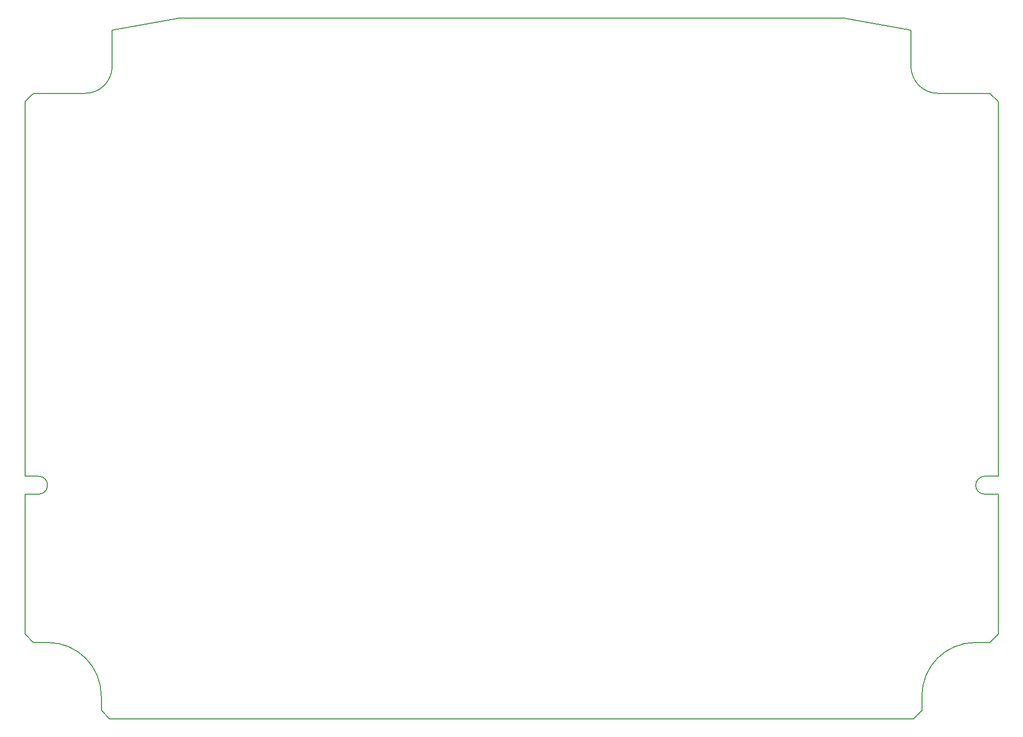
<source format=gko>
G75*
G70*
%OFA0B0*%
%FSLAX25Y25*%
%IPPOS*%
%LPD*%
%AMOC8*
5,1,8,0,0,1.08239X$1,22.5*
%
%ADD77C,0.00787*%
X0000000Y0000000D02*
%LPD*%
G01*
D77*
X0102519Y0464567D02*
X0057814Y0456693D01*
X0595039Y0015197D02*
X0595039Y0005568D01*
X0636614Y0149016D02*
G75*
G02*
X0636614Y0160827I-000001J0005906D01*
G01*
X0015196Y0050630D02*
G75*
G02*
X0050629Y0015197I0000000J-035433D01*
G01*
X0587795Y0456693D02*
X0587795Y0432252D01*
X0605511Y0414764D02*
G75*
G02*
X0587795Y0432252I0000185J0017905D01*
G01*
X0009055Y0149016D02*
X0000000Y0149016D01*
X0057874Y0432724D02*
G75*
G02*
X0039814Y0414764I-017989J0000028D01*
G01*
X0645669Y0409196D02*
X0645669Y0160827D01*
X0630472Y0050630D02*
X0640101Y0050630D01*
X0056197Y0000000D02*
X0589471Y0000000D01*
X0005567Y0414764D02*
X0039814Y0414764D01*
X0636614Y0160827D02*
X0645669Y0160827D01*
X0057814Y0456693D02*
X0057874Y0432724D01*
X0102519Y0464567D02*
X0543149Y0464567D01*
X0000000Y0409196D02*
X0000000Y0160827D01*
X0595039Y0005568D02*
X0589471Y0000000D01*
X0000000Y0149016D02*
X0000000Y0056198D01*
X0050629Y0005568D02*
X0056197Y0000000D01*
X0636614Y0149016D02*
X0645669Y0149016D01*
X0543149Y0464567D02*
X0587795Y0456693D01*
X0000000Y0056198D02*
X0005567Y0050630D01*
X0015196Y0050630D02*
X0005567Y0050630D01*
X0009055Y0160827D02*
X0000000Y0160827D01*
X0000000Y0409196D02*
X0005567Y0414764D01*
X0595039Y0015197D02*
G75*
G02*
X0630472Y0050630I0035433J0000000D01*
G01*
X0645669Y0056198D02*
X0640101Y0050630D01*
X0050629Y0015197D02*
X0050629Y0005568D01*
X0009055Y0160827D02*
G75*
G02*
X0009055Y0149016I0000000J-005906D01*
G01*
X0645669Y0149016D02*
X0645669Y0056198D01*
X0645669Y0409196D02*
X0640101Y0414764D01*
X0640101Y0414764D02*
X0605511Y0414764D01*
X0568110Y0130709D02*
G01*
G75*
X0503819Y0139173D02*
G01*
G75*
X0592913Y0320669D02*
G01*
G75*
X0592913Y0277165D02*
G01*
G75*
X0454134Y0157087D02*
G01*
G75*
X0454134Y0217520D02*
G01*
G75*
X0454134Y0124265D02*
G01*
G75*
X0592913Y0232874D02*
G01*
G75*
M02*

</source>
